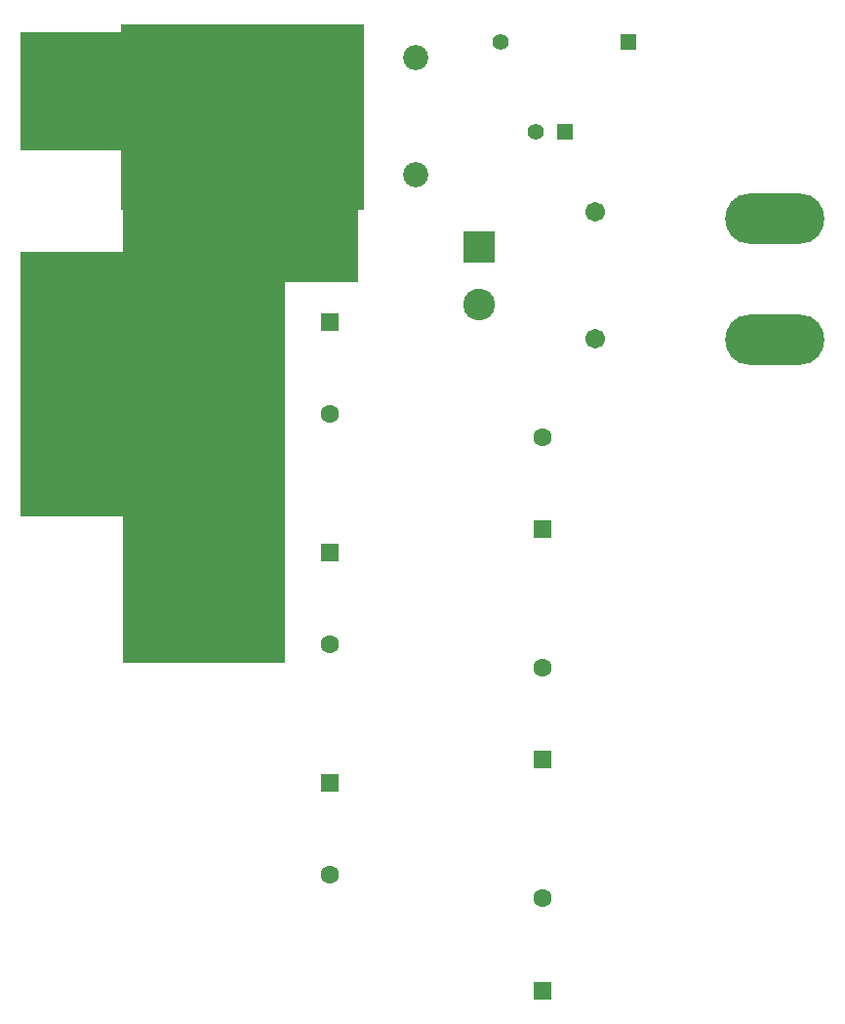
<source format=gbr>
%TF.GenerationSoftware,KiCad,Pcbnew,8.0.5*%
%TF.CreationDate,2024-12-06T09:36:11-05:00*%
%TF.ProjectId,Passive Cap Bank V1,50617373-6976-4652-9043-61702042616e,rev?*%
%TF.SameCoordinates,Original*%
%TF.FileFunction,Soldermask,Bot*%
%TF.FilePolarity,Negative*%
%FSLAX46Y46*%
G04 Gerber Fmt 4.6, Leading zero omitted, Abs format (unit mm)*
G04 Created by KiCad (PCBNEW 8.0.5) date 2024-12-06 09:36:11*
%MOMM*%
%LPD*%
G01*
G04 APERTURE LIST*
G04 Aperture macros list*
%AMRoundRect*
0 Rectangle with rounded corners*
0 $1 Rounding radius*
0 $2 $3 $4 $5 $6 $7 $8 $9 X,Y pos of 4 corners*
0 Add a 4 corners polygon primitive as box body*
4,1,4,$2,$3,$4,$5,$6,$7,$8,$9,$2,$3,0*
0 Add four circle primitives for the rounded corners*
1,1,$1+$1,$2,$3*
1,1,$1+$1,$4,$5*
1,1,$1+$1,$6,$7*
1,1,$1+$1,$8,$9*
0 Add four rect primitives between the rounded corners*
20,1,$1+$1,$2,$3,$4,$5,0*
20,1,$1+$1,$4,$5,$6,$7,0*
20,1,$1+$1,$6,$7,$8,$9,0*
20,1,$1+$1,$8,$9,$2,$3,0*%
G04 Aperture macros list end*
%ADD10C,0.100000*%
%ADD11C,0.050000*%
%ADD12R,1.600200X1.600200*%
%ADD13C,1.600200*%
%ADD14C,2.754000*%
%ADD15RoundRect,0.102000X-1.275000X1.275000X-1.275000X-1.275000X1.275000X-1.275000X1.275000X1.275000X0*%
%ADD16C,1.712000*%
%ADD17R,1.397000X1.397000*%
%ADD18C,1.397000*%
%ADD19C,2.184400*%
%ADD20O,8.604000X4.404000*%
G04 APERTURE END LIST*
D10*
X152400000Y-63500000D02*
X146050000Y-63500000D01*
X146050000Y-96520000D01*
X132080000Y-96520000D01*
X132080000Y-83820000D01*
X123190000Y-83820000D01*
X123190000Y-60960000D01*
X132080000Y-60960000D01*
X132080000Y-52070000D01*
X123190000Y-52070000D01*
X123190000Y-41910000D01*
X152400000Y-41910000D01*
X152400000Y-63500000D01*
G36*
X152400000Y-63500000D02*
G01*
X146050000Y-63500000D01*
X146050000Y-96520000D01*
X132080000Y-96520000D01*
X132080000Y-83820000D01*
X123190000Y-83820000D01*
X123190000Y-60960000D01*
X132080000Y-60960000D01*
X132080000Y-52070000D01*
X123190000Y-52070000D01*
X123190000Y-41910000D01*
X152400000Y-41910000D01*
X152400000Y-63500000D01*
G37*
D11*
X131900000Y-41220000D02*
X152900000Y-41220000D01*
X152900000Y-57220000D01*
X131900000Y-57220000D01*
X131900000Y-41220000D01*
G36*
X131900000Y-41220000D02*
G01*
X152900000Y-41220000D01*
X152900000Y-57220000D01*
X131900000Y-57220000D01*
X131900000Y-41220000D01*
G37*
D12*
%TO.C,C1*%
X150000000Y-67000000D03*
D13*
X150000000Y-74999999D03*
%TD*%
D12*
%TO.C,C5*%
X168500000Y-104999998D03*
D13*
X168500000Y-96999999D03*
%TD*%
D12*
%TO.C,C3*%
X150000000Y-106999999D03*
D13*
X150000000Y-114999998D03*
%TD*%
D12*
%TO.C,C2*%
X150000000Y-86999999D03*
D13*
X150000000Y-94999998D03*
%TD*%
D12*
%TO.C,C4*%
X168500000Y-124999997D03*
D13*
X168500000Y-116999998D03*
%TD*%
D12*
%TO.C,C6*%
X168467626Y-85007199D03*
D13*
X168467626Y-77007200D03*
%TD*%
D14*
%TO.C,J1*%
X163000000Y-65500000D03*
D15*
X163000000Y-60500000D03*
D16*
X173000000Y-68500000D03*
X173000000Y-57500000D03*
%TD*%
D17*
%TO.C,R14*%
X175891170Y-42730000D03*
D18*
X164788830Y-42730000D03*
%TD*%
D17*
%TO.C,D1*%
X170450000Y-50570000D03*
D18*
X167910000Y-50570000D03*
%TD*%
D19*
%TO.C,R13*%
X157470000Y-54251000D03*
X157470000Y-44091000D03*
%TD*%
D20*
%TO.C,SW1*%
X188650000Y-68590000D03*
X188650000Y-58090000D03*
%TD*%
M02*

</source>
